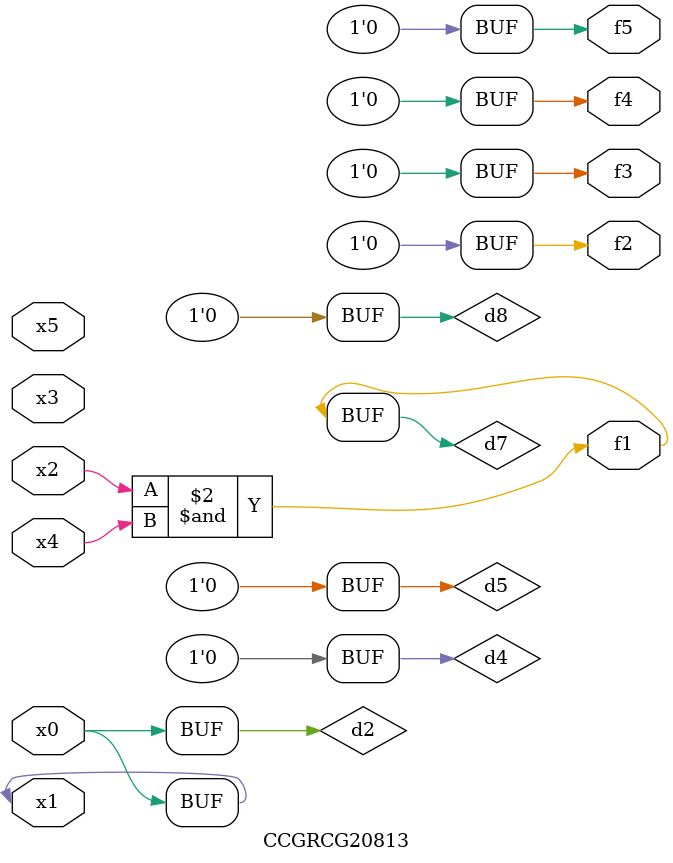
<source format=v>
module CCGRCG20813(
	input x0, x1, x2, x3, x4, x5,
	output f1, f2, f3, f4, f5
);

	wire d1, d2, d3, d4, d5, d6, d7, d8, d9;

	nand (d1, x1);
	buf (d2, x0, x1);
	nand (d3, x2, x4);
	and (d4, d1, d2);
	and (d5, d1, d2);
	nand (d6, d1, d3);
	not (d7, d3);
	xor (d8, d5);
	nor (d9, d5, d6);
	assign f1 = d7;
	assign f2 = d8;
	assign f3 = d8;
	assign f4 = d8;
	assign f5 = d8;
endmodule

</source>
